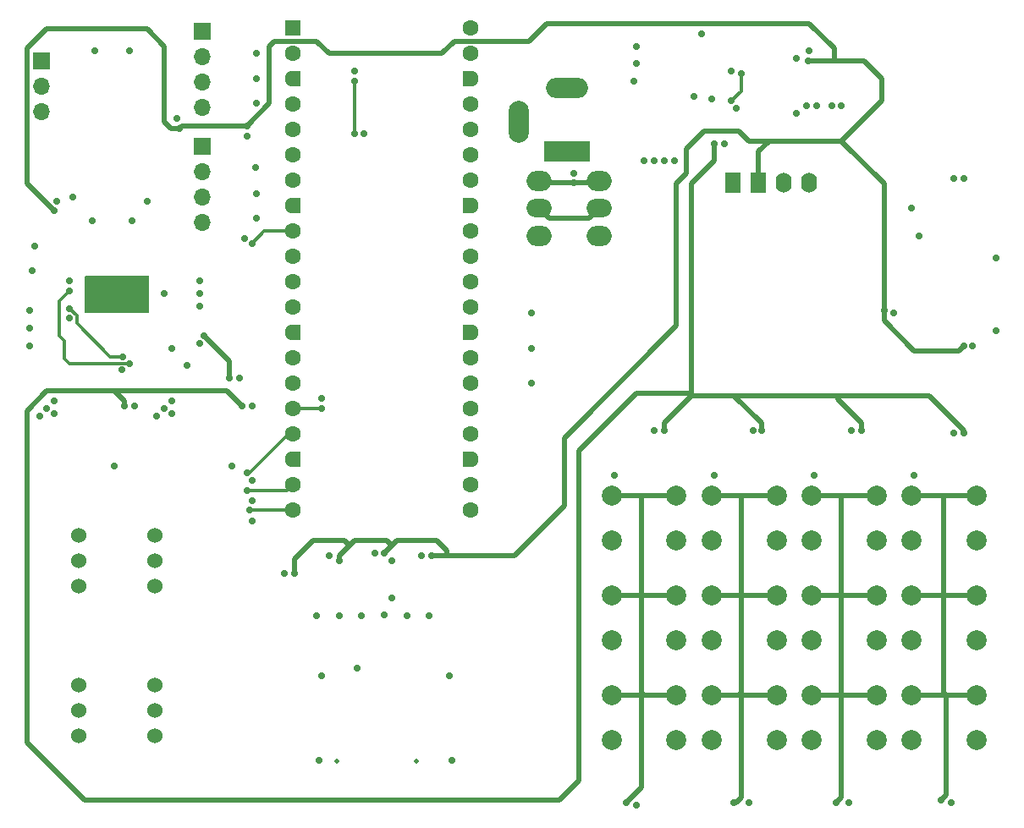
<source format=gbr>
%TF.GenerationSoftware,KiCad,Pcbnew,8.0.8*%
%TF.CreationDate,2025-04-26T14:11:05+03:00*%
%TF.ProjectId,rpi_pico_media_board,7270695f-7069-4636-9f5f-6d656469615f,rev?*%
%TF.SameCoordinates,Original*%
%TF.FileFunction,Copper,L4,Bot*%
%TF.FilePolarity,Positive*%
%FSLAX46Y46*%
G04 Gerber Fmt 4.6, Leading zero omitted, Abs format (unit mm)*
G04 Created by KiCad (PCBNEW 8.0.8) date 2025-04-26 14:11:05*
%MOMM*%
%LPD*%
G01*
G04 APERTURE LIST*
G04 Aperture macros list*
%AMRoundRect*
0 Rectangle with rounded corners*
0 $1 Rounding radius*
0 $2 $3 $4 $5 $6 $7 $8 $9 X,Y pos of 4 corners*
0 Add a 4 corners polygon primitive as box body*
4,1,4,$2,$3,$4,$5,$6,$7,$8,$9,$2,$3,0*
0 Add four circle primitives for the rounded corners*
1,1,$1+$1,$2,$3*
1,1,$1+$1,$4,$5*
1,1,$1+$1,$6,$7*
1,1,$1+$1,$8,$9*
0 Add four rect primitives between the rounded corners*
20,1,$1+$1,$2,$3,$4,$5,0*
20,1,$1+$1,$4,$5,$6,$7,0*
20,1,$1+$1,$6,$7,$8,$9,0*
20,1,$1+$1,$8,$9,$2,$3,0*%
%AMFreePoly0*
4,1,28,0.605014,0.794986,0.644504,0.794986,0.724698,0.756366,0.780194,0.686777,0.800000,0.600000,0.800000,-0.600000,0.780194,-0.686777,0.724698,-0.756366,0.644504,-0.794986,0.605014,-0.794986,0.600000,-0.800000,0.000000,-0.800000,-0.178017,-0.779942,-0.347107,-0.720775,-0.498792,-0.625465,-0.625465,-0.498792,-0.720775,-0.347107,-0.779942,-0.178017,-0.800000,0.000000,-0.779942,0.178017,
-0.720775,0.347107,-0.625465,0.498792,-0.498792,0.625465,-0.347107,0.720775,-0.178017,0.779942,0.000000,0.800000,0.600000,0.800000,0.605014,0.794986,0.605014,0.794986,$1*%
%AMFreePoly1*
4,1,28,0.178017,0.779942,0.347107,0.720775,0.498792,0.625465,0.625465,0.498792,0.720775,0.347107,0.779942,0.178017,0.800000,0.000000,0.779942,-0.178017,0.720775,-0.347107,0.625465,-0.498792,0.498792,-0.625465,0.347107,-0.720775,0.178017,-0.779942,0.000000,-0.800000,-0.600000,-0.800000,-0.605014,-0.794986,-0.644504,-0.794986,-0.724698,-0.756366,-0.780194,-0.686777,-0.800000,-0.600000,
-0.800000,0.600000,-0.780194,0.686777,-0.724698,0.756366,-0.644504,0.794986,-0.605014,0.794986,-0.600000,0.800000,0.000000,0.800000,0.178017,0.779942,0.178017,0.779942,$1*%
G04 Aperture macros list end*
%TA.AperFunction,ComponentPad*%
%ADD10O,2.500000X2.000000*%
%TD*%
%TA.AperFunction,ComponentPad*%
%ADD11O,2.500000X1.850000*%
%TD*%
%TA.AperFunction,ComponentPad*%
%ADD12R,4.600000X2.000000*%
%TD*%
%TA.AperFunction,ComponentPad*%
%ADD13O,4.200000X2.000000*%
%TD*%
%TA.AperFunction,ComponentPad*%
%ADD14O,2.000000X4.200000*%
%TD*%
%TA.AperFunction,ComponentPad*%
%ADD15C,2.000000*%
%TD*%
%TA.AperFunction,ComponentPad*%
%ADD16C,1.524000*%
%TD*%
%TA.AperFunction,ComponentPad*%
%ADD17R,1.700000X1.700000*%
%TD*%
%TA.AperFunction,ComponentPad*%
%ADD18O,1.700000X1.700000*%
%TD*%
%TA.AperFunction,ComponentPad*%
%ADD19R,1.600000X2.000000*%
%TD*%
%TA.AperFunction,ComponentPad*%
%ADD20O,1.600000X2.000000*%
%TD*%
%TA.AperFunction,ComponentPad*%
%ADD21RoundRect,0.200000X-0.600000X-0.600000X0.600000X-0.600000X0.600000X0.600000X-0.600000X0.600000X0*%
%TD*%
%TA.AperFunction,ComponentPad*%
%ADD22C,1.600000*%
%TD*%
%TA.AperFunction,ComponentPad*%
%ADD23FreePoly0,0.000000*%
%TD*%
%TA.AperFunction,ComponentPad*%
%ADD24FreePoly1,0.000000*%
%TD*%
%TA.AperFunction,ComponentPad*%
%ADD25C,0.500000*%
%TD*%
%TA.AperFunction,ViaPad*%
%ADD26C,0.700000*%
%TD*%
%TA.AperFunction,Conductor*%
%ADD27C,0.300000*%
%TD*%
%TA.AperFunction,Conductor*%
%ADD28C,0.500000*%
%TD*%
G04 APERTURE END LIST*
D10*
%TO.P,SW200,1*%
%TO.N,unconnected-(SW200-Pad1)*%
X108250000Y-72490000D03*
D11*
%TO.P,SW200,2*%
%TO.N,+RPI_VBUS*%
X108250000Y-69750000D03*
D10*
%TO.P,SW200,3*%
%TO.N,Net-(D200-A)*%
X108250000Y-67010000D03*
%TO.P,SW200,4*%
X102250000Y-67010000D03*
D11*
%TO.P,SW200,5*%
%TO.N,+RPI_VBUS*%
X102250000Y-69750000D03*
D10*
%TO.P,SW200,6*%
%TO.N,unconnected-(SW200-Pad6)*%
X102250000Y-72490000D03*
%TD*%
D12*
%TO.P,J100,1*%
%TO.N,VDC*%
X105000000Y-64000000D03*
D13*
%TO.P,J100,2*%
%TO.N,GND*%
X105000000Y-57700000D03*
D14*
%TO.P,J100,3*%
X100200000Y-61100000D03*
%TD*%
D15*
%TO.P,U511,1,1*%
%TO.N,Net-(R500-Pad2)*%
X139500000Y-118500000D03*
X146000000Y-118500000D03*
%TO.P,U511,2,2*%
%TO.N,Net-(D511-A)*%
X139500000Y-123000000D03*
X146000000Y-123000000D03*
%TD*%
%TO.P,U503,1,1*%
%TO.N,Net-(R500-Pad2)*%
X139500000Y-98500000D03*
X146000000Y-98500000D03*
%TO.P,U503,2,2*%
%TO.N,Net-(D503-A)*%
X139500000Y-103000000D03*
X146000000Y-103000000D03*
%TD*%
%TO.P,U509,1,1*%
%TO.N,Net-(R502-Pad2)*%
X119500000Y-118500000D03*
X126000000Y-118500000D03*
%TO.P,U509,2,2*%
%TO.N,Net-(D509-A)*%
X119500000Y-123000000D03*
X126000000Y-123000000D03*
%TD*%
D16*
%TO.P,U203,1,3V*%
%TO.N,+3.3VA_INMP*%
X63810000Y-120000000D03*
%TO.P,U203,2,GND*%
%TO.N,GND*%
X63810000Y-117460000D03*
%TO.P,U203,3,BCLK*%
%TO.N,I2S_INMP441_SCK*%
X56190000Y-122540000D03*
%TO.P,U203,4,DOUT*%
%TO.N,I2S_INMP441_DATA*%
X63810000Y-122540000D03*
%TO.P,U203,5,LRCLK*%
%TO.N,I2S_INMP441_SCL*%
X56190000Y-120000000D03*
%TO.P,U203,6,SEL*%
%TO.N,GND*%
X56190000Y-117460000D03*
%TD*%
D17*
%TO.P,J301,1,Pin_1*%
%TO.N,GND*%
X52500000Y-55000000D03*
D18*
%TO.P,J301,2,Pin_2*%
%TO.N,/[3]PCM5102/OUT_L*%
X52500000Y-57540000D03*
%TO.P,J301,3,Pin_3*%
%TO.N,/[3]PCM5102/OUT_R*%
X52500000Y-60080000D03*
%TD*%
D15*
%TO.P,U507,1,1*%
%TO.N,Net-(R500-Pad2)*%
X139500000Y-108500000D03*
X146000000Y-108500000D03*
%TO.P,U507,2,2*%
%TO.N,Net-(D507-A)*%
X139500000Y-113000000D03*
X146000000Y-113000000D03*
%TD*%
D19*
%TO.P,Brd600,1,GND*%
%TO.N,GND*%
X121630000Y-67150000D03*
%TO.P,Brd600,2,VCC*%
%TO.N,+3.3V*%
X124170000Y-67150000D03*
D20*
%TO.P,Brd600,3,SCL*%
%TO.N,I2C1_SCL*%
X126710000Y-67150000D03*
%TO.P,Brd600,4,SDA*%
%TO.N,I2C1_SDA*%
X129250000Y-67150000D03*
%TD*%
D15*
%TO.P,U501,1,1*%
%TO.N,Net-(R502-Pad2)*%
X119500000Y-98500000D03*
X126000000Y-98500000D03*
%TO.P,U501,2,2*%
%TO.N,Net-(D501-A)*%
X119500000Y-103000000D03*
X126000000Y-103000000D03*
%TD*%
D17*
%TO.P,J200,1,Pin_1*%
%TO.N,GND*%
X68525000Y-52000000D03*
D18*
%TO.P,J200,2,Pin_2*%
%TO.N,UART0_TX*%
X68525000Y-54540000D03*
%TO.P,J200,3,Pin_3*%
%TO.N,UART0_RX*%
X68525000Y-57080000D03*
%TO.P,J200,4,Pin_4*%
%TO.N,+3.3V*%
X68525000Y-59620000D03*
%TD*%
D15*
%TO.P,U502,1,1*%
%TO.N,Net-(R501-Pad2)*%
X129500000Y-98500000D03*
X136000000Y-98500000D03*
%TO.P,U502,2,2*%
%TO.N,Net-(D502-A)*%
X129500000Y-103000000D03*
X136000000Y-103000000D03*
%TD*%
%TO.P,U504,1,1*%
%TO.N,Net-(R503-Pad2)*%
X109500000Y-108500000D03*
X116000000Y-108500000D03*
%TO.P,U504,2,2*%
%TO.N,Net-(D504-A)*%
X109500000Y-113000000D03*
X116000000Y-113000000D03*
%TD*%
D21*
%TO.P,U200,1,GPIO0*%
%TO.N,UART0_TX*%
X77610000Y-51670000D03*
D22*
%TO.P,U200,2,GPIO1*%
%TO.N,UART0_RX*%
X77610000Y-54210000D03*
D23*
%TO.P,U200,3,GND*%
%TO.N,GND*%
X77610000Y-56750000D03*
D22*
%TO.P,U200,4,GPIO2*%
%TO.N,I2C1_SDA*%
X77610000Y-59290000D03*
%TO.P,U200,5,GPIO3*%
%TO.N,I2C1_SCL*%
X77610000Y-61830000D03*
%TO.P,U200,6,GPIO4*%
%TO.N,I2S_PCM5102_DATA*%
X77610000Y-64370000D03*
%TO.P,U200,7,GPIO5*%
%TO.N,I2S_PCM5102_SCK*%
X77610000Y-66910000D03*
D23*
%TO.P,U200,8,GND*%
%TO.N,GND*%
X77610000Y-69450000D03*
D22*
%TO.P,U200,9,GPIO6*%
%TO.N,I2S_PCM5102_SCL*%
X77610000Y-71990000D03*
%TO.P,U200,10,GPIO7*%
%TO.N,PCF8563_INT*%
X77610000Y-74530000D03*
%TO.P,U200,11,GPIO8*%
%TO.N,SPI1_SD_CARD_MISO*%
X77610000Y-77070000D03*
%TO.P,U200,12,GPIO9*%
%TO.N,SPI1_SD_CARD_CS*%
X77610000Y-79610000D03*
D23*
%TO.P,U200,13,GND*%
%TO.N,GND*%
X77610000Y-82150000D03*
D22*
%TO.P,U200,14,GPIO10*%
%TO.N,SPI1_SD_CARD_SCK*%
X77610000Y-84690000D03*
%TO.P,U200,15,GPIO11*%
%TO.N,SPI1_SD_CARD_MOSI*%
X77610000Y-87230000D03*
%TO.P,U200,16,GPIO12*%
%TO.N,SPI1_SD_CARD_CARD_DETECT*%
X77610000Y-89770000D03*
%TO.P,U200,17,GPIO13*%
%TO.N,I2S_INMP441_DATA*%
X77610000Y-92310000D03*
D23*
%TO.P,U200,18,GND*%
%TO.N,GND*%
X77610000Y-94850000D03*
D22*
%TO.P,U200,19,GPIO14*%
%TO.N,I2S_INMP441_SCK*%
X77610000Y-97390000D03*
%TO.P,U200,20,GPIO15*%
%TO.N,I2S_INMP441_SCL*%
X77610000Y-99930000D03*
%TO.P,U200,21,GPIO16*%
%TO.N,MACRO_PAD_BTN_COL_0*%
X95390000Y-99930000D03*
%TO.P,U200,22,GPIO17*%
%TO.N,MACRO_PAD_BTN_COL_1*%
X95390000Y-97390000D03*
D24*
%TO.P,U200,23,GND*%
%TO.N,GND*%
X95390000Y-94850000D03*
D22*
%TO.P,U200,24,GPIO18*%
%TO.N,MACRO_PAD_BTN_COL_2*%
X95390000Y-92310000D03*
%TO.P,U200,25,GPIO19*%
%TO.N,MACRO_PAD_BTN_COL_3*%
X95390000Y-89770000D03*
%TO.P,U200,26,GPIO20*%
%TO.N,MACRO_PAD_BTN_ROW_2*%
X95390000Y-87230000D03*
%TO.P,U200,27,GPIO21*%
%TO.N,MACRO_PAD_BTN_ROW_1*%
X95390000Y-84690000D03*
D24*
%TO.P,U200,28,GND*%
%TO.N,GND*%
X95390000Y-82150000D03*
D22*
%TO.P,U200,29,GPIO22*%
%TO.N,MACRO_PAD_BTN_ROW_0*%
X95390000Y-79610000D03*
%TO.P,U200,30,RUN*%
%TO.N,unconnected-(U200-RUN-Pad30)*%
X95390000Y-77070000D03*
%TO.P,U200,31,GPIO26_ADC0*%
%TO.N,USR_LED_0*%
X95390000Y-74530000D03*
%TO.P,U200,32,GPIO27_ADC1*%
%TO.N,USR_LED_1*%
X95390000Y-71990000D03*
D24*
%TO.P,U200,33,AGND*%
%TO.N,unconnected-(U200-AGND-Pad33)*%
X95390000Y-69450000D03*
D22*
%TO.P,U200,34,GPIO28_ADC2*%
%TO.N,USR_LED_2*%
X95390000Y-66910000D03*
%TO.P,U200,35,ADC_VREF*%
%TO.N,unconnected-(U200-ADC_VREF-Pad35)*%
X95390000Y-64370000D03*
%TO.P,U200,36,3V3*%
%TO.N,unconnected-(U200-3V3-Pad36)*%
X95390000Y-61830000D03*
%TO.P,U200,37,3V3_EN*%
%TO.N,unconnected-(U200-3V3_EN-Pad37)*%
X95390000Y-59290000D03*
D24*
%TO.P,U200,38,GND*%
%TO.N,GND*%
X95390000Y-56750000D03*
D22*
%TO.P,U200,39,VSYS*%
%TO.N,unconnected-(U200-VSYS-Pad39)*%
X95390000Y-54210000D03*
%TO.P,U200,40,VBUS*%
%TO.N,+RPI_VBUS*%
X95390000Y-51670000D03*
%TD*%
D15*
%TO.P,U508,1,1*%
%TO.N,Net-(R503-Pad2)*%
X109500000Y-118500000D03*
X116000000Y-118500000D03*
%TO.P,U508,2,2*%
%TO.N,Net-(D508-A)*%
X109500000Y-123000000D03*
X116000000Y-123000000D03*
%TD*%
D25*
%TO.P,J400,14*%
%TO.N,N/C*%
X81990000Y-125050000D03*
%TO.P,J400,15*%
X89990000Y-125050000D03*
%TD*%
D15*
%TO.P,U506,1,1*%
%TO.N,Net-(R501-Pad2)*%
X129500000Y-108500000D03*
X136000000Y-108500000D03*
%TO.P,U506,2,2*%
%TO.N,Net-(D506-A)*%
X129500000Y-113000000D03*
X136000000Y-113000000D03*
%TD*%
%TO.P,U500,1,1*%
%TO.N,Net-(R503-Pad2)*%
X109500000Y-98500000D03*
X116000000Y-98500000D03*
%TO.P,U500,2,2*%
%TO.N,Net-(D500-A)*%
X109500000Y-103000000D03*
X116000000Y-103000000D03*
%TD*%
D16*
%TO.P,U202,1,3V*%
%TO.N,+3.3VA_INMP*%
X63810000Y-105000000D03*
%TO.P,U202,2,GND*%
%TO.N,GND*%
X63810000Y-102460000D03*
%TO.P,U202,3,BCLK*%
%TO.N,I2S_INMP441_SCK*%
X56190000Y-107540000D03*
%TO.P,U202,4,DOUT*%
%TO.N,I2S_INMP441_DATA*%
X63810000Y-107540000D03*
%TO.P,U202,5,LRCLK*%
%TO.N,I2S_INMP441_SCL*%
X56190000Y-105000000D03*
%TO.P,U202,6,SEL*%
%TO.N,+3.3VA_INMP*%
X56190000Y-102460000D03*
%TD*%
D15*
%TO.P,U510,1,1*%
%TO.N,Net-(R501-Pad2)*%
X129500000Y-118500000D03*
X136000000Y-118500000D03*
%TO.P,U510,2,2*%
%TO.N,Net-(D510-A)*%
X129500000Y-123000000D03*
X136000000Y-123000000D03*
%TD*%
%TO.P,U505,1,1*%
%TO.N,Net-(R502-Pad2)*%
X119500000Y-108500000D03*
X126000000Y-108500000D03*
%TO.P,U505,2,2*%
%TO.N,Net-(D505-A)*%
X119500000Y-113000000D03*
X126000000Y-113000000D03*
%TD*%
D17*
%TO.P,J201,1,Pin_1*%
%TO.N,GND*%
X68525000Y-63500000D03*
D18*
%TO.P,J201,2,Pin_2*%
%TO.N,I2C1_SDA*%
X68525000Y-66040000D03*
%TO.P,J201,3,Pin_3*%
%TO.N,I2C1_SCL*%
X68525000Y-68580000D03*
%TO.P,J201,4,Pin_4*%
%TO.N,+3.3V*%
X68525000Y-71120000D03*
%TD*%
D26*
%TO.N,I2S_INMP441_DATA*%
X73000000Y-96250000D03*
%TO.N,GND*%
X68250000Y-83250000D03*
X74000000Y-54250000D03*
X114750000Y-65000000D03*
X87500000Y-105000000D03*
X129250000Y-54000000D03*
X112750000Y-65000000D03*
X68250000Y-77000000D03*
X57250000Y-78250000D03*
X130000000Y-59500000D03*
X73500000Y-89500000D03*
X129000000Y-59500000D03*
X101500000Y-80250000D03*
X55625000Y-68625000D03*
X89000000Y-110500000D03*
X118500000Y-52250000D03*
X74000000Y-70750000D03*
X64750000Y-89750000D03*
X93500000Y-125000000D03*
X113750000Y-92000000D03*
X76750000Y-106250000D03*
X131500000Y-59500000D03*
X66000000Y-60750000D03*
X137750000Y-80250000D03*
X80250000Y-125000000D03*
X109750000Y-96500000D03*
X115750000Y-65000000D03*
X61750000Y-89500000D03*
X121500000Y-56000000D03*
X145600003Y-83500000D03*
X143500000Y-129250000D03*
X123250000Y-129250000D03*
X52250000Y-90500000D03*
X55250000Y-77000000D03*
X148000000Y-82000000D03*
X81250000Y-104500000D03*
X67000000Y-85500000D03*
X82250000Y-110500000D03*
X122000000Y-59750000D03*
X86780331Y-110469669D03*
X72750000Y-72750000D03*
X62500000Y-77000000D03*
X143750000Y-92250000D03*
X74000000Y-68250000D03*
X51500000Y-76000000D03*
X61000000Y-77000000D03*
X57500000Y-71000000D03*
X55250000Y-80750000D03*
X83750000Y-56000000D03*
X129750000Y-96500000D03*
X65500000Y-83750000D03*
X85792893Y-104250000D03*
X119750000Y-96500000D03*
X57250000Y-77000000D03*
X105750000Y-66250000D03*
X65500000Y-90250000D03*
X74000000Y-56750000D03*
X148000000Y-74750000D03*
X57250000Y-79750000D03*
X90500000Y-104500000D03*
X101500000Y-83750000D03*
X80500000Y-116500000D03*
X62500000Y-78500000D03*
X61000000Y-79750000D03*
X59750000Y-95500000D03*
X91250000Y-110500000D03*
X93250000Y-116500000D03*
X60500000Y-85900000D03*
X61500000Y-71000000D03*
X84750000Y-62250000D03*
X139750000Y-96500000D03*
X80500000Y-88750000D03*
X74000000Y-59250000D03*
X80000000Y-110500000D03*
X57750000Y-54000000D03*
X84500000Y-110500000D03*
X61250000Y-54000000D03*
X53000000Y-89750000D03*
X58500000Y-77000000D03*
X73000000Y-62500000D03*
X133250000Y-129250000D03*
X112000000Y-53500000D03*
X111750000Y-57000000D03*
X73875000Y-65625000D03*
X59750000Y-77000000D03*
X112000000Y-55250000D03*
X87500000Y-108750000D03*
X101500000Y-87250000D03*
X68250000Y-79500000D03*
X51250000Y-80000000D03*
X132500000Y-59500000D03*
X73500000Y-97000000D03*
X120750000Y-63250000D03*
X65500000Y-89000000D03*
X53750000Y-89000000D03*
X62500000Y-79750000D03*
X112000000Y-129450000D03*
X140250000Y-72500000D03*
X64750000Y-78250000D03*
X73500000Y-99000000D03*
X51250000Y-81750000D03*
X68250000Y-78250000D03*
X133500000Y-92000000D03*
X64000000Y-90500000D03*
X123649997Y-92000000D03*
X144750000Y-66750000D03*
X143750000Y-66750000D03*
X119500000Y-58750000D03*
X73500000Y-101000000D03*
X117750000Y-58500000D03*
X128000000Y-54750000D03*
X113750000Y-65000000D03*
X84000000Y-115750000D03*
X51250000Y-83500000D03*
X139500000Y-69750000D03*
X53750000Y-90250000D03*
X51750000Y-73500000D03*
X72250000Y-86750000D03*
X63000000Y-69000000D03*
X59750000Y-79750000D03*
X54000000Y-69000000D03*
X71500000Y-95500000D03*
X128000000Y-60250000D03*
X58500000Y-79750000D03*
%TO.N,PCF8563_INT*%
X83750000Y-57000000D03*
X83750000Y-62250000D03*
%TO.N,Net-(D200-A)*%
X105750000Y-67210000D03*
%TO.N,I2S_INMP441_SCK*%
X73000000Y-98000000D03*
%TO.N,I2S_INMP441_SCL*%
X73250000Y-99930000D03*
%TO.N,SPI1_SD_CARD_CARD_DETECT*%
X80500000Y-89750000D03*
%TO.N,I2S_PCM5102_SCL*%
X73500000Y-73250000D03*
%TO.N,+3.3V*%
X129174717Y-54964700D03*
X91500000Y-104500000D03*
X82250000Y-105000000D03*
X66250000Y-61750000D03*
X144750000Y-83500000D03*
X136750000Y-80000000D03*
X86750000Y-104250000D03*
X77750000Y-106250000D03*
X53750000Y-70000000D03*
X73000000Y-61500000D03*
%TO.N,+5V*%
X60750000Y-89500000D03*
X114750000Y-92000000D03*
X124500000Y-92000000D03*
X144750000Y-92250000D03*
X119750000Y-63250000D03*
X134500000Y-92000000D03*
X72500000Y-89500000D03*
%TO.N,+3.3VA_PCM*%
X71250000Y-86750000D03*
X68750000Y-82500000D03*
%TO.N,Net-(R500-Pad2)*%
X142500000Y-129000000D03*
%TO.N,Net-(R501-Pad2)*%
X131975000Y-129225000D03*
%TO.N,Net-(R502-Pad2)*%
X121750000Y-129250000D03*
%TO.N,Net-(R503-Pad2)*%
X111000000Y-129250000D03*
%TO.N,/[1]Power/EN_3V3*%
X122500000Y-56250000D03*
X121500000Y-59000000D03*
%TO.N,/[3]PCM5102/XSMT*%
X55250000Y-78000000D03*
X61250000Y-85250000D03*
%TO.N,/[3]PCM5102/FMT*%
X60550000Y-84600000D03*
X55250000Y-79750000D03*
%TD*%
D27*
%TO.N,I2S_INMP441_DATA*%
X73000000Y-96250000D02*
X73250000Y-96250000D01*
X73250000Y-96250000D02*
X77190000Y-92310000D01*
X77190000Y-92310000D02*
X77610000Y-92310000D01*
%TO.N,PCF8563_INT*%
X83750000Y-57000000D02*
X83750000Y-62250000D01*
D28*
%TO.N,Net-(D200-A)*%
X105500000Y-67210000D02*
X105750000Y-67210000D01*
X102250000Y-67210000D02*
X105500000Y-67210000D01*
X105750000Y-67210000D02*
X108250000Y-67210000D01*
D27*
%TO.N,I2S_INMP441_SCK*%
X77000000Y-98000000D02*
X77610000Y-97390000D01*
X73000000Y-98000000D02*
X77000000Y-98000000D01*
%TO.N,I2S_INMP441_SCL*%
X77610000Y-99930000D02*
X73250000Y-99930000D01*
%TO.N,SPI1_SD_CARD_CARD_DETECT*%
X77610000Y-89770000D02*
X80480000Y-89770000D01*
X80480000Y-89770000D02*
X80500000Y-89750000D01*
%TO.N,I2S_PCM5102_SCL*%
X77610000Y-71990000D02*
X74760000Y-71990000D01*
X74760000Y-71990000D02*
X73500000Y-73250000D01*
D28*
%TO.N,+RPI_VBUS*%
X102250000Y-69750000D02*
X103250000Y-70750000D01*
X107250000Y-70750000D02*
X108250000Y-69750000D01*
X103250000Y-70750000D02*
X107250000Y-70750000D01*
%TO.N,+3.3V*%
X82750000Y-103000000D02*
X83250000Y-103500000D01*
X132500000Y-63000000D02*
X125250000Y-63000000D01*
X129250000Y-51250000D02*
X103000000Y-51250000D01*
X129189339Y-55000000D02*
X131750000Y-55000000D01*
X80010000Y-53010000D02*
X75740000Y-53010000D01*
X83750000Y-103000000D02*
X83250000Y-103500000D01*
X87000000Y-103000000D02*
X83750000Y-103000000D01*
X82250000Y-104500000D02*
X82250000Y-105000000D01*
X104750000Y-99500000D02*
X104750000Y-92750000D01*
X53750000Y-70000000D02*
X51000000Y-67250000D01*
X116000000Y-81500000D02*
X116000000Y-67250000D01*
X63000000Y-51750000D02*
X64750000Y-53500000D01*
X132500000Y-63000000D02*
X136750000Y-67250000D01*
X122250000Y-62000000D02*
X123250000Y-63000000D01*
X92500000Y-54250000D02*
X81250000Y-54250000D01*
X75250000Y-53500000D02*
X75250000Y-59250000D01*
X101240000Y-53010000D02*
X93740000Y-53010000D01*
X124170000Y-64080000D02*
X124170000Y-67150000D01*
X79625000Y-103000000D02*
X82750000Y-103000000D01*
X131750000Y-55000000D02*
X131750000Y-53750000D01*
X66250000Y-61750000D02*
X66250000Y-61810661D01*
X123250000Y-63000000D02*
X125250000Y-63000000D01*
X83250000Y-103500000D02*
X82250000Y-104500000D01*
X88000000Y-103000000D02*
X92000000Y-103000000D01*
X86750000Y-104250000D02*
X87500000Y-103500000D01*
X134750000Y-55000000D02*
X136500000Y-56750000D01*
X118750000Y-62000000D02*
X122250000Y-62000000D01*
X136500000Y-56750000D02*
X136500000Y-59000000D01*
X64750000Y-61060661D02*
X65439339Y-61750000D01*
X73000000Y-61500000D02*
X66500000Y-61500000D01*
X125250000Y-63000000D02*
X124170000Y-64080000D01*
X99750000Y-104500000D02*
X104750000Y-99500000D01*
X131750000Y-53750000D02*
X129250000Y-51250000D01*
X81250000Y-54250000D02*
X80010000Y-53010000D01*
X131750000Y-55000000D02*
X134750000Y-55000000D01*
X93000000Y-104500000D02*
X99750000Y-104500000D01*
X51000000Y-53750000D02*
X53000000Y-51750000D01*
X64750000Y-53500000D02*
X64750000Y-61060661D01*
X136750000Y-81000000D02*
X139750000Y-84000000D01*
X93000000Y-104000000D02*
X93000000Y-104500000D01*
X136750000Y-80000000D02*
X136750000Y-81000000D01*
X103000000Y-51250000D02*
X101240000Y-53010000D01*
X75250000Y-59250000D02*
X73000000Y-61500000D01*
X91500000Y-104500000D02*
X93000000Y-104500000D01*
X77750000Y-106250000D02*
X77750000Y-104875000D01*
X75740000Y-53010000D02*
X75250000Y-53500000D01*
X116000000Y-67250000D02*
X117000000Y-66250000D01*
X66500000Y-61500000D02*
X66250000Y-61750000D01*
X136500000Y-59000000D02*
X132500000Y-63000000D01*
X129174717Y-54964700D02*
X129174717Y-54985378D01*
X77750000Y-104875000D02*
X79625000Y-103000000D01*
X92000000Y-103000000D02*
X93000000Y-104000000D01*
X136750000Y-67250000D02*
X136750000Y-80000000D01*
X87500000Y-103500000D02*
X87000000Y-103000000D01*
X144250000Y-84000000D02*
X144750000Y-83500000D01*
X65439339Y-61750000D02*
X66250000Y-61750000D01*
X87500000Y-103500000D02*
X88000000Y-103000000D01*
X117000000Y-66250000D02*
X117000000Y-63750000D01*
X117000000Y-63750000D02*
X118750000Y-62000000D01*
X129174717Y-54985378D02*
X129189339Y-55000000D01*
X139750000Y-84000000D02*
X144250000Y-84000000D01*
X104750000Y-92750000D02*
X116000000Y-81500000D01*
X93740000Y-53010000D02*
X92500000Y-54250000D01*
X53000000Y-51750000D02*
X63000000Y-51750000D01*
X51000000Y-67250000D02*
X51000000Y-53750000D01*
%TO.N,+5V*%
X117500000Y-88500000D02*
X121750000Y-88500000D01*
X59750000Y-88000000D02*
X60750000Y-89000000D01*
X119750000Y-63250000D02*
X119750000Y-65000000D01*
X53000000Y-88000000D02*
X59750000Y-88000000D01*
X51000000Y-90000000D02*
X53000000Y-88000000D01*
X71000000Y-88000000D02*
X59750000Y-88000000D01*
X132125000Y-88875000D02*
X134500000Y-91250000D01*
X132125000Y-88625000D02*
X132125000Y-88875000D01*
X106250000Y-94000000D02*
X106250000Y-127000000D01*
X144750000Y-92000000D02*
X144750000Y-92250000D01*
X141250000Y-88500000D02*
X144750000Y-92000000D01*
X124500000Y-91250000D02*
X121750000Y-88500000D01*
X117500000Y-88500000D02*
X114750000Y-91250000D01*
X124500000Y-92000000D02*
X124500000Y-91250000D01*
X114750000Y-91250000D02*
X114750000Y-92000000D01*
X134500000Y-91250000D02*
X134500000Y-92000000D01*
X51000000Y-123250000D02*
X51000000Y-90000000D01*
X104250000Y-129000000D02*
X56750000Y-129000000D01*
X123000000Y-88500000D02*
X132000000Y-88500000D01*
X60750000Y-89000000D02*
X60750000Y-89500000D01*
X117500000Y-88250000D02*
X112000000Y-88250000D01*
X132250000Y-88500000D02*
X141250000Y-88500000D01*
X117500000Y-67250000D02*
X117500000Y-88250000D01*
X119750000Y-65000000D02*
X117500000Y-67250000D01*
X121750000Y-88500000D02*
X123000000Y-88500000D01*
X72500000Y-89500000D02*
X71000000Y-88000000D01*
X106250000Y-127000000D02*
X104250000Y-129000000D01*
X132000000Y-88500000D02*
X132125000Y-88625000D01*
X112000000Y-88250000D02*
X106250000Y-94000000D01*
X56750000Y-129000000D02*
X51000000Y-123250000D01*
X117500000Y-88250000D02*
X117500000Y-88500000D01*
X132125000Y-88625000D02*
X132250000Y-88500000D01*
%TO.N,+3.3VA_PCM*%
X71250000Y-85000000D02*
X68750000Y-82500000D01*
X71250000Y-86750000D02*
X71250000Y-85000000D01*
%TO.N,Net-(R500-Pad2)*%
X139500000Y-118500000D02*
X143000000Y-118500000D01*
X142750000Y-118250000D02*
X143000000Y-118500000D01*
X142500000Y-129000000D02*
X143000000Y-128500000D01*
X142750000Y-98500000D02*
X142750000Y-118250000D01*
X139500000Y-98500000D02*
X142750000Y-98500000D01*
X143000000Y-128500000D02*
X143000000Y-118500000D01*
X142750000Y-98500000D02*
X146000000Y-98500000D01*
X139500000Y-108500000D02*
X146000000Y-108500000D01*
X143000000Y-118500000D02*
X146000000Y-118500000D01*
%TO.N,Net-(R501-Pad2)*%
X129500000Y-98500000D02*
X132500000Y-98500000D01*
X132500000Y-98500000D02*
X136000000Y-98500000D01*
X132500000Y-118500000D02*
X136000000Y-118500000D01*
X129500000Y-118500000D02*
X132500000Y-118500000D01*
X132500000Y-128700000D02*
X132500000Y-118500000D01*
X129500000Y-108500000D02*
X136000000Y-108500000D01*
X132500000Y-98500000D02*
X132500000Y-118500000D01*
X131975000Y-129225000D02*
X132500000Y-128700000D01*
%TO.N,Net-(R502-Pad2)*%
X122500000Y-118500000D02*
X126000000Y-118500000D01*
X122500000Y-118250000D02*
X122250000Y-118500000D01*
X122250000Y-108500000D02*
X126000000Y-108500000D01*
X121750000Y-129250000D02*
X122000000Y-129250000D01*
X119500000Y-108500000D02*
X122250000Y-108500000D01*
X122250000Y-118500000D02*
X122500000Y-118500000D01*
X122500000Y-128750000D02*
X122500000Y-118500000D01*
X119500000Y-118500000D02*
X122250000Y-118500000D01*
X122500000Y-98500000D02*
X122500000Y-118250000D01*
X122500000Y-98500000D02*
X126000000Y-98500000D01*
X119500000Y-98500000D02*
X122500000Y-98500000D01*
X122000000Y-129250000D02*
X122500000Y-128750000D01*
%TO.N,Net-(R503-Pad2)*%
X112750000Y-118500000D02*
X116000000Y-118500000D01*
X109500000Y-108500000D02*
X116000000Y-108500000D01*
X109500000Y-98500000D02*
X112500000Y-98500000D01*
X112500000Y-98500000D02*
X116000000Y-98500000D01*
X111000000Y-129250000D02*
X112500000Y-127750000D01*
X112500000Y-118250000D02*
X112750000Y-118500000D01*
X109500000Y-118500000D02*
X112500000Y-118500000D01*
X112500000Y-118500000D02*
X112750000Y-118500000D01*
X112500000Y-98500000D02*
X112500000Y-118250000D01*
X112500000Y-127750000D02*
X112500000Y-118250000D01*
D27*
%TO.N,/[1]Power/EN_3V3*%
X122500000Y-56250000D02*
X122500000Y-58000000D01*
X122500000Y-58000000D02*
X121500000Y-59000000D01*
%TO.N,/[3]PCM5102/XSMT*%
X54250000Y-79000000D02*
X55250000Y-78000000D01*
X54750000Y-83000000D02*
X54250000Y-82500000D01*
X54250000Y-82500000D02*
X54250000Y-79000000D01*
X55250000Y-85250000D02*
X54750000Y-84750000D01*
X61250000Y-85250000D02*
X55250000Y-85250000D01*
X54750000Y-84750000D02*
X54750000Y-83000000D01*
%TO.N,/[3]PCM5102/FMT*%
X60550000Y-84600000D02*
X59350000Y-84600000D01*
X56000000Y-81250000D02*
X56000000Y-80500000D01*
X59350000Y-84600000D02*
X56000000Y-81250000D01*
X56000000Y-80500000D02*
X55250000Y-79750000D01*
%TD*%
%TA.AperFunction,Conductor*%
%TO.N,GND*%
G36*
X63193039Y-76519685D02*
G01*
X63238794Y-76572489D01*
X63250000Y-76624000D01*
X63250000Y-80126000D01*
X63230315Y-80193039D01*
X63177511Y-80238794D01*
X63126000Y-80250000D01*
X56874000Y-80250000D01*
X56806961Y-80230315D01*
X56761206Y-80177511D01*
X56750000Y-80126000D01*
X56750000Y-76624000D01*
X56769685Y-76556961D01*
X56822489Y-76511206D01*
X56874000Y-76500000D01*
X63126000Y-76500000D01*
X63193039Y-76519685D01*
G37*
%TD.AperFunction*%
%TD*%
M02*

</source>
